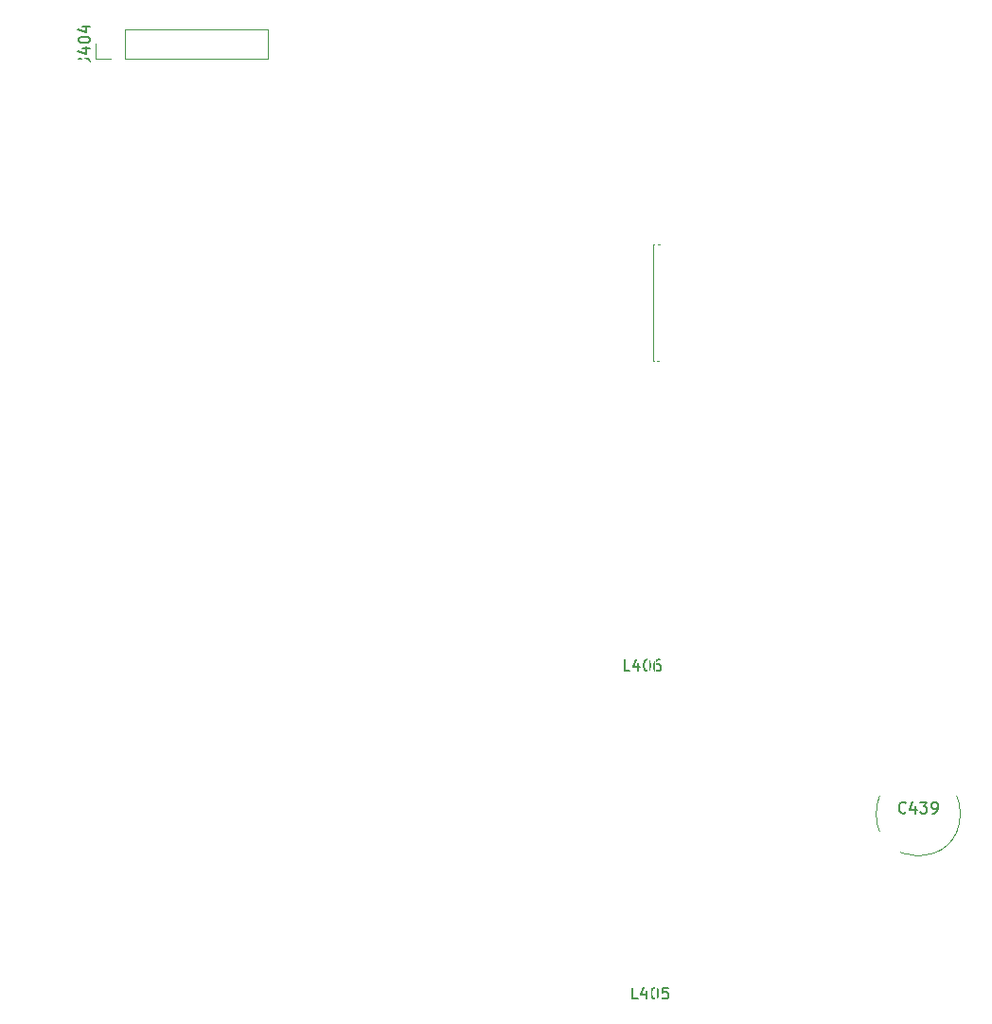
<source format=gbr>
%TF.GenerationSoftware,KiCad,Pcbnew,7.0.7*%
%TF.CreationDate,2023-11-03T16:15:28+00:00*%
%TF.ProjectId,RXLNA,52584c4e-412e-46b6-9963-61645f706362,rev?*%
%TF.SameCoordinates,Original*%
%TF.FileFunction,Legend,Top*%
%TF.FilePolarity,Positive*%
%FSLAX46Y46*%
G04 Gerber Fmt 4.6, Leading zero omitted, Abs format (unit mm)*
G04 Created by KiCad (PCBNEW 7.0.7) date 2023-11-03 16:15:28*
%MOMM*%
%LPD*%
G01*
G04 APERTURE LIST*
G04 Aperture macros list*
%AMFreePoly0*
4,1,217,1.073531,1.455598,1.785596,1.376787,2.492238,1.258869,3.191311,1.102203,3.880693,0.907265,4.558288,0.674646,5.222041,0.405053,5.869934,0.099305,6.500000,-0.241670,7.110326,-0.616836,7.699058,-1.025054,8.264409,-1.465084,8.804660,-1.935589,9.318173,-2.435142,9.803386,-2.962224,10.258827,-3.515235,10.683112,-4.092495,11.074952,-4.692252,11.433159,-5.312684,11.756643,-5.951906,
12.044423,-6.607978,12.295624,-7.278907,12.509484,-7.962655,12.685353,-8.657146,12.822697,-9.360270,12.921099,-10.069893,12.980260,-10.783859,13.000000,-11.500000,12.980260,-12.216141,12.921099,-12.930107,12.822697,-13.639730,12.685353,-14.342854,12.509484,-15.037345,12.295624,-15.721093,12.044423,-16.392022,11.756643,-17.048094,11.433159,-17.687316,11.074952,-18.307748,10.683112,-18.907505,10.258827,-19.484765,
9.803386,-20.037776,9.318173,-20.564858,8.804660,-21.064411,8.264409,-21.534916,7.699058,-21.974946,7.110326,-22.383164,6.500000,-22.758330,5.869934,-23.099305,5.222041,-23.405053,4.558288,-23.674646,3.880693,-23.907265,3.191311,-24.102203,2.492238,-24.258869,1.785596,-24.376787,1.073531,-24.455598,0.358206,-24.495064,-0.358206,-24.495064,-1.073531,-24.455598,-1.785596,-24.376787,-2.492238,-24.258869,
-3.191311,-24.102203,-3.880693,-23.907265,-4.558288,-23.674646,-5.222041,-23.405053,-5.869934,-23.099305,-6.500000,-22.758330,-7.110326,-22.383164,-7.699058,-21.974946,-8.264409,-21.534916,-8.804660,-21.064411,-9.318173,-20.564858,-9.803386,-20.037776,-10.258827,-19.484765,-10.683112,-18.907505,-11.074952,-18.307748,-11.433159,-17.687316,-11.756643,-17.048094,-12.044423,-16.392022,-12.295624,-15.721093,-12.509484,-15.037345,
-12.685353,-14.342854,-12.822697,-13.639730,-12.921099,-12.930107,-12.980260,-12.216141,-13.000000,-11.500000,-10.004937,-11.500000,-9.985195,-12.128215,-9.926045,-12.753951,-9.827722,-13.374738,-9.690614,-13.988127,-9.515261,-14.591696,-9.302355,-15.183063,-9.052738,-15.759895,-8.767393,-16.319915,-8.447448,-16.860913,-8.094164,-17.380754,-7.708936,-17.877387,-7.293285,-18.348851,-6.848851,-18.793285,-6.377387,-19.208936,
-5.880754,-19.594164,-5.360913,-19.947448,-4.819915,-20.267393,-4.259895,-20.552738,-3.683063,-20.802355,-3.091696,-21.015261,-2.488127,-21.190614,-1.874738,-21.327722,-1.253951,-21.426045,-0.628215,-21.485195,0.000000,-21.504937,0.628215,-21.485195,1.253951,-21.426045,1.874738,-21.327722,2.488127,-21.190614,3.091696,-21.015261,3.683063,-20.802355,4.259895,-20.552738,4.819915,-20.267393,5.360913,-19.947448,
5.880754,-19.594164,6.377387,-19.208936,6.848851,-18.793285,7.293285,-18.348851,7.708936,-17.877387,8.094164,-17.380754,8.447448,-16.860913,8.767393,-16.319915,9.052738,-15.759895,9.302355,-15.183063,9.515261,-14.591696,9.690614,-13.988127,9.827722,-13.374738,9.926045,-12.753951,9.985195,-12.128215,10.004937,-11.500000,9.985195,-10.871785,9.926045,-10.246049,9.827722,-9.625262,9.690614,-9.011873,
9.515261,-8.408304,9.302355,-7.816937,9.052738,-7.240105,8.767393,-6.680085,8.447448,-6.139087,8.094164,-5.619246,7.708936,-5.122613,7.293285,-4.651149,6.848851,-4.206715,6.377387,-3.791064,5.880754,-3.405836,5.360913,-3.052552,4.819915,-2.732607,4.259895,-2.447262,3.683063,-2.197645,3.091696,-1.984739,2.488127,-1.809386,1.874738,-1.672278,1.253951,-1.573955,0.628215,-1.514805,
0.000000,-1.495063,-0.628215,-1.514805,-1.253951,-1.573955,-1.874738,-1.672278,-2.488127,-1.809386,-3.091696,-1.984739,-3.683063,-2.197645,-4.259895,-2.447262,-4.819915,-2.732607,-5.360913,-3.052552,-5.880754,-3.405836,-6.377387,-3.791064,-6.848851,-4.206715,-7.293285,-4.651149,-7.708936,-5.122613,-8.094164,-5.619246,-8.447448,-6.139087,-8.767393,-6.680085,-9.052738,-7.240105,-9.302355,-7.816937,
-9.515261,-8.408304,-9.690614,-9.011873,-9.827722,-9.625262,-9.926045,-10.246049,-9.985195,-10.871785,-10.004937,-11.500000,-13.000000,-11.500000,-12.980260,-10.783859,-12.921099,-10.069893,-12.822697,-9.360270,-12.685353,-8.657146,-12.509484,-7.962655,-12.295624,-7.278907,-12.044423,-6.607978,-11.756643,-5.951906,-11.433159,-5.312684,-11.074952,-4.692252,-10.683112,-4.092495,-10.258827,-3.515235,-9.803386,-2.962224,
-9.318173,-2.435142,-8.804660,-1.935589,-8.264409,-1.465084,-7.699058,-1.025054,-7.110326,-0.616836,-6.500000,-0.241670,-5.869934,0.099305,-5.222041,0.405053,-4.558288,0.674646,-3.880693,0.907265,-3.191311,1.102203,-2.492238,1.258869,-1.785596,1.376787,-1.073531,1.455598,-0.358206,1.495064,0.358206,1.495064,1.073531,1.455598,1.073531,1.455598,$1*%
G04 Aperture macros list end*
%ADD10C,0.150000*%
%ADD11C,0.120000*%
%ADD12C,2.000000*%
%ADD13C,3.000000*%
%ADD14C,1.000000*%
%ADD15FreePoly0,180.000000*%
%ADD16C,2.500000*%
%ADD17FreePoly0,0.000000*%
%ADD18R,1.700000X1.700000*%
%ADD19O,1.700000X1.700000*%
%ADD20C,5.200000*%
%ADD21R,4.200000X1.350000*%
G04 APERTURE END LIST*
D10*
X170880952Y-87454819D02*
X170404762Y-87454819D01*
X170404762Y-87454819D02*
X170404762Y-86454819D01*
X171642857Y-86788152D02*
X171642857Y-87454819D01*
X171404762Y-86407200D02*
X171166667Y-87121485D01*
X171166667Y-87121485D02*
X171785714Y-87121485D01*
X172357143Y-86454819D02*
X172452381Y-86454819D01*
X172452381Y-86454819D02*
X172547619Y-86502438D01*
X172547619Y-86502438D02*
X172595238Y-86550057D01*
X172595238Y-86550057D02*
X172642857Y-86645295D01*
X172642857Y-86645295D02*
X172690476Y-86835771D01*
X172690476Y-86835771D02*
X172690476Y-87073866D01*
X172690476Y-87073866D02*
X172642857Y-87264342D01*
X172642857Y-87264342D02*
X172595238Y-87359580D01*
X172595238Y-87359580D02*
X172547619Y-87407200D01*
X172547619Y-87407200D02*
X172452381Y-87454819D01*
X172452381Y-87454819D02*
X172357143Y-87454819D01*
X172357143Y-87454819D02*
X172261905Y-87407200D01*
X172261905Y-87407200D02*
X172214286Y-87359580D01*
X172214286Y-87359580D02*
X172166667Y-87264342D01*
X172166667Y-87264342D02*
X172119048Y-87073866D01*
X172119048Y-87073866D02*
X172119048Y-86835771D01*
X172119048Y-86835771D02*
X172166667Y-86645295D01*
X172166667Y-86645295D02*
X172214286Y-86550057D01*
X172214286Y-86550057D02*
X172261905Y-86502438D01*
X172261905Y-86502438D02*
X172357143Y-86454819D01*
X173642857Y-87454819D02*
X173071429Y-87454819D01*
X173357143Y-87454819D02*
X173357143Y-86454819D01*
X173357143Y-86454819D02*
X173261905Y-86597676D01*
X173261905Y-86597676D02*
X173166667Y-86692914D01*
X173166667Y-86692914D02*
X173071429Y-86740533D01*
X136559047Y-106065180D02*
X137035237Y-106065180D01*
X137035237Y-106065180D02*
X137035237Y-107065180D01*
X135797142Y-106731847D02*
X135797142Y-106065180D01*
X136035237Y-107112800D02*
X136273332Y-106398514D01*
X136273332Y-106398514D02*
X135654285Y-106398514D01*
X135082856Y-107065180D02*
X134987618Y-107065180D01*
X134987618Y-107065180D02*
X134892380Y-107017561D01*
X134892380Y-107017561D02*
X134844761Y-106969942D01*
X134844761Y-106969942D02*
X134797142Y-106874704D01*
X134797142Y-106874704D02*
X134749523Y-106684228D01*
X134749523Y-106684228D02*
X134749523Y-106446133D01*
X134749523Y-106446133D02*
X134797142Y-106255657D01*
X134797142Y-106255657D02*
X134844761Y-106160419D01*
X134844761Y-106160419D02*
X134892380Y-106112800D01*
X134892380Y-106112800D02*
X134987618Y-106065180D01*
X134987618Y-106065180D02*
X135082856Y-106065180D01*
X135082856Y-106065180D02*
X135178094Y-106112800D01*
X135178094Y-106112800D02*
X135225713Y-106160419D01*
X135225713Y-106160419D02*
X135273332Y-106255657D01*
X135273332Y-106255657D02*
X135320951Y-106446133D01*
X135320951Y-106446133D02*
X135320951Y-106684228D01*
X135320951Y-106684228D02*
X135273332Y-106874704D01*
X135273332Y-106874704D02*
X135225713Y-106969942D01*
X135225713Y-106969942D02*
X135178094Y-107017561D01*
X135178094Y-107017561D02*
X135082856Y-107065180D01*
X134416189Y-107065180D02*
X133797142Y-107065180D01*
X133797142Y-107065180D02*
X134130475Y-106684228D01*
X134130475Y-106684228D02*
X133987618Y-106684228D01*
X133987618Y-106684228D02*
X133892380Y-106636609D01*
X133892380Y-106636609D02*
X133844761Y-106588990D01*
X133844761Y-106588990D02*
X133797142Y-106493752D01*
X133797142Y-106493752D02*
X133797142Y-106255657D01*
X133797142Y-106255657D02*
X133844761Y-106160419D01*
X133844761Y-106160419D02*
X133892380Y-106112800D01*
X133892380Y-106112800D02*
X133987618Y-106065180D01*
X133987618Y-106065180D02*
X134273332Y-106065180D01*
X134273332Y-106065180D02*
X134368570Y-106112800D01*
X134368570Y-106112800D02*
X134416189Y-106160419D01*
X189420952Y-132559580D02*
X189373333Y-132607200D01*
X189373333Y-132607200D02*
X189230476Y-132654819D01*
X189230476Y-132654819D02*
X189135238Y-132654819D01*
X189135238Y-132654819D02*
X188992381Y-132607200D01*
X188992381Y-132607200D02*
X188897143Y-132511961D01*
X188897143Y-132511961D02*
X188849524Y-132416723D01*
X188849524Y-132416723D02*
X188801905Y-132226247D01*
X188801905Y-132226247D02*
X188801905Y-132083390D01*
X188801905Y-132083390D02*
X188849524Y-131892914D01*
X188849524Y-131892914D02*
X188897143Y-131797676D01*
X188897143Y-131797676D02*
X188992381Y-131702438D01*
X188992381Y-131702438D02*
X189135238Y-131654819D01*
X189135238Y-131654819D02*
X189230476Y-131654819D01*
X189230476Y-131654819D02*
X189373333Y-131702438D01*
X189373333Y-131702438D02*
X189420952Y-131750057D01*
X190278095Y-131988152D02*
X190278095Y-132654819D01*
X190040000Y-131607200D02*
X189801905Y-132321485D01*
X189801905Y-132321485D02*
X190420952Y-132321485D01*
X190706667Y-131654819D02*
X191325714Y-131654819D01*
X191325714Y-131654819D02*
X190992381Y-132035771D01*
X190992381Y-132035771D02*
X191135238Y-132035771D01*
X191135238Y-132035771D02*
X191230476Y-132083390D01*
X191230476Y-132083390D02*
X191278095Y-132131009D01*
X191278095Y-132131009D02*
X191325714Y-132226247D01*
X191325714Y-132226247D02*
X191325714Y-132464342D01*
X191325714Y-132464342D02*
X191278095Y-132559580D01*
X191278095Y-132559580D02*
X191230476Y-132607200D01*
X191230476Y-132607200D02*
X191135238Y-132654819D01*
X191135238Y-132654819D02*
X190849524Y-132654819D01*
X190849524Y-132654819D02*
X190754286Y-132607200D01*
X190754286Y-132607200D02*
X190706667Y-132559580D01*
X191801905Y-132654819D02*
X191992381Y-132654819D01*
X191992381Y-132654819D02*
X192087619Y-132607200D01*
X192087619Y-132607200D02*
X192135238Y-132559580D01*
X192135238Y-132559580D02*
X192230476Y-132416723D01*
X192230476Y-132416723D02*
X192278095Y-132226247D01*
X192278095Y-132226247D02*
X192278095Y-131845295D01*
X192278095Y-131845295D02*
X192230476Y-131750057D01*
X192230476Y-131750057D02*
X192182857Y-131702438D01*
X192182857Y-131702438D02*
X192087619Y-131654819D01*
X192087619Y-131654819D02*
X191897143Y-131654819D01*
X191897143Y-131654819D02*
X191801905Y-131702438D01*
X191801905Y-131702438D02*
X191754286Y-131750057D01*
X191754286Y-131750057D02*
X191706667Y-131845295D01*
X191706667Y-131845295D02*
X191706667Y-132083390D01*
X191706667Y-132083390D02*
X191754286Y-132178628D01*
X191754286Y-132178628D02*
X191801905Y-132226247D01*
X191801905Y-132226247D02*
X191897143Y-132273866D01*
X191897143Y-132273866D02*
X192087619Y-132273866D01*
X192087619Y-132273866D02*
X192182857Y-132226247D01*
X192182857Y-132226247D02*
X192230476Y-132178628D01*
X192230476Y-132178628D02*
X192278095Y-132083390D01*
X113220952Y-106599580D02*
X113173333Y-106647200D01*
X113173333Y-106647200D02*
X113030476Y-106694819D01*
X113030476Y-106694819D02*
X112935238Y-106694819D01*
X112935238Y-106694819D02*
X112792381Y-106647200D01*
X112792381Y-106647200D02*
X112697143Y-106551961D01*
X112697143Y-106551961D02*
X112649524Y-106456723D01*
X112649524Y-106456723D02*
X112601905Y-106266247D01*
X112601905Y-106266247D02*
X112601905Y-106123390D01*
X112601905Y-106123390D02*
X112649524Y-105932914D01*
X112649524Y-105932914D02*
X112697143Y-105837676D01*
X112697143Y-105837676D02*
X112792381Y-105742438D01*
X112792381Y-105742438D02*
X112935238Y-105694819D01*
X112935238Y-105694819D02*
X113030476Y-105694819D01*
X113030476Y-105694819D02*
X113173333Y-105742438D01*
X113173333Y-105742438D02*
X113220952Y-105790057D01*
X114078095Y-106028152D02*
X114078095Y-106694819D01*
X113840000Y-105647200D02*
X113601905Y-106361485D01*
X113601905Y-106361485D02*
X114220952Y-106361485D01*
X114554286Y-105790057D02*
X114601905Y-105742438D01*
X114601905Y-105742438D02*
X114697143Y-105694819D01*
X114697143Y-105694819D02*
X114935238Y-105694819D01*
X114935238Y-105694819D02*
X115030476Y-105742438D01*
X115030476Y-105742438D02*
X115078095Y-105790057D01*
X115078095Y-105790057D02*
X115125714Y-105885295D01*
X115125714Y-105885295D02*
X115125714Y-105980533D01*
X115125714Y-105980533D02*
X115078095Y-106123390D01*
X115078095Y-106123390D02*
X114506667Y-106694819D01*
X114506667Y-106694819D02*
X115125714Y-106694819D01*
X115601905Y-106694819D02*
X115792381Y-106694819D01*
X115792381Y-106694819D02*
X115887619Y-106647200D01*
X115887619Y-106647200D02*
X115935238Y-106599580D01*
X115935238Y-106599580D02*
X116030476Y-106456723D01*
X116030476Y-106456723D02*
X116078095Y-106266247D01*
X116078095Y-106266247D02*
X116078095Y-105885295D01*
X116078095Y-105885295D02*
X116030476Y-105790057D01*
X116030476Y-105790057D02*
X115982857Y-105742438D01*
X115982857Y-105742438D02*
X115887619Y-105694819D01*
X115887619Y-105694819D02*
X115697143Y-105694819D01*
X115697143Y-105694819D02*
X115601905Y-105742438D01*
X115601905Y-105742438D02*
X115554286Y-105790057D01*
X115554286Y-105790057D02*
X115506667Y-105885295D01*
X115506667Y-105885295D02*
X115506667Y-106123390D01*
X115506667Y-106123390D02*
X115554286Y-106218628D01*
X115554286Y-106218628D02*
X115601905Y-106266247D01*
X115601905Y-106266247D02*
X115697143Y-106313866D01*
X115697143Y-106313866D02*
X115887619Y-106313866D01*
X115887619Y-106313866D02*
X115982857Y-106266247D01*
X115982857Y-106266247D02*
X116030476Y-106218628D01*
X116030476Y-106218628D02*
X116078095Y-106123390D01*
X164740952Y-119934819D02*
X164264762Y-119934819D01*
X164264762Y-119934819D02*
X164264762Y-118934819D01*
X165502857Y-119268152D02*
X165502857Y-119934819D01*
X165264762Y-118887200D02*
X165026667Y-119601485D01*
X165026667Y-119601485D02*
X165645714Y-119601485D01*
X166217143Y-118934819D02*
X166312381Y-118934819D01*
X166312381Y-118934819D02*
X166407619Y-118982438D01*
X166407619Y-118982438D02*
X166455238Y-119030057D01*
X166455238Y-119030057D02*
X166502857Y-119125295D01*
X166502857Y-119125295D02*
X166550476Y-119315771D01*
X166550476Y-119315771D02*
X166550476Y-119553866D01*
X166550476Y-119553866D02*
X166502857Y-119744342D01*
X166502857Y-119744342D02*
X166455238Y-119839580D01*
X166455238Y-119839580D02*
X166407619Y-119887200D01*
X166407619Y-119887200D02*
X166312381Y-119934819D01*
X166312381Y-119934819D02*
X166217143Y-119934819D01*
X166217143Y-119934819D02*
X166121905Y-119887200D01*
X166121905Y-119887200D02*
X166074286Y-119839580D01*
X166074286Y-119839580D02*
X166026667Y-119744342D01*
X166026667Y-119744342D02*
X165979048Y-119553866D01*
X165979048Y-119553866D02*
X165979048Y-119315771D01*
X165979048Y-119315771D02*
X166026667Y-119125295D01*
X166026667Y-119125295D02*
X166074286Y-119030057D01*
X166074286Y-119030057D02*
X166121905Y-118982438D01*
X166121905Y-118982438D02*
X166217143Y-118934819D01*
X167407619Y-118934819D02*
X167217143Y-118934819D01*
X167217143Y-118934819D02*
X167121905Y-118982438D01*
X167121905Y-118982438D02*
X167074286Y-119030057D01*
X167074286Y-119030057D02*
X166979048Y-119172914D01*
X166979048Y-119172914D02*
X166931429Y-119363390D01*
X166931429Y-119363390D02*
X166931429Y-119744342D01*
X166931429Y-119744342D02*
X166979048Y-119839580D01*
X166979048Y-119839580D02*
X167026667Y-119887200D01*
X167026667Y-119887200D02*
X167121905Y-119934819D01*
X167121905Y-119934819D02*
X167312381Y-119934819D01*
X167312381Y-119934819D02*
X167407619Y-119887200D01*
X167407619Y-119887200D02*
X167455238Y-119839580D01*
X167455238Y-119839580D02*
X167502857Y-119744342D01*
X167502857Y-119744342D02*
X167502857Y-119506247D01*
X167502857Y-119506247D02*
X167455238Y-119411009D01*
X167455238Y-119411009D02*
X167407619Y-119363390D01*
X167407619Y-119363390D02*
X167312381Y-119315771D01*
X167312381Y-119315771D02*
X167121905Y-119315771D01*
X167121905Y-119315771D02*
X167026667Y-119363390D01*
X167026667Y-119363390D02*
X166979048Y-119411009D01*
X166979048Y-119411009D02*
X166931429Y-119506247D01*
X190080952Y-107259580D02*
X190033333Y-107307200D01*
X190033333Y-107307200D02*
X189890476Y-107354819D01*
X189890476Y-107354819D02*
X189795238Y-107354819D01*
X189795238Y-107354819D02*
X189652381Y-107307200D01*
X189652381Y-107307200D02*
X189557143Y-107211961D01*
X189557143Y-107211961D02*
X189509524Y-107116723D01*
X189509524Y-107116723D02*
X189461905Y-106926247D01*
X189461905Y-106926247D02*
X189461905Y-106783390D01*
X189461905Y-106783390D02*
X189509524Y-106592914D01*
X189509524Y-106592914D02*
X189557143Y-106497676D01*
X189557143Y-106497676D02*
X189652381Y-106402438D01*
X189652381Y-106402438D02*
X189795238Y-106354819D01*
X189795238Y-106354819D02*
X189890476Y-106354819D01*
X189890476Y-106354819D02*
X190033333Y-106402438D01*
X190033333Y-106402438D02*
X190080952Y-106450057D01*
X190938095Y-106688152D02*
X190938095Y-107354819D01*
X190700000Y-106307200D02*
X190461905Y-107021485D01*
X190461905Y-107021485D02*
X191080952Y-107021485D01*
X191890476Y-106688152D02*
X191890476Y-107354819D01*
X191652381Y-106307200D02*
X191414286Y-107021485D01*
X191414286Y-107021485D02*
X192033333Y-107021485D01*
X192842857Y-106688152D02*
X192842857Y-107354819D01*
X192604762Y-106307200D02*
X192366667Y-107021485D01*
X192366667Y-107021485D02*
X192985714Y-107021485D01*
X115424819Y-65185714D02*
X116139104Y-65185714D01*
X116139104Y-65185714D02*
X116281961Y-65233333D01*
X116281961Y-65233333D02*
X116377200Y-65328571D01*
X116377200Y-65328571D02*
X116424819Y-65471428D01*
X116424819Y-65471428D02*
X116424819Y-65566666D01*
X115758152Y-64280952D02*
X116424819Y-64280952D01*
X115377200Y-64519047D02*
X116091485Y-64757142D01*
X116091485Y-64757142D02*
X116091485Y-64138095D01*
X115424819Y-63566666D02*
X115424819Y-63471428D01*
X115424819Y-63471428D02*
X115472438Y-63376190D01*
X115472438Y-63376190D02*
X115520057Y-63328571D01*
X115520057Y-63328571D02*
X115615295Y-63280952D01*
X115615295Y-63280952D02*
X115805771Y-63233333D01*
X115805771Y-63233333D02*
X116043866Y-63233333D01*
X116043866Y-63233333D02*
X116234342Y-63280952D01*
X116234342Y-63280952D02*
X116329580Y-63328571D01*
X116329580Y-63328571D02*
X116377200Y-63376190D01*
X116377200Y-63376190D02*
X116424819Y-63471428D01*
X116424819Y-63471428D02*
X116424819Y-63566666D01*
X116424819Y-63566666D02*
X116377200Y-63661904D01*
X116377200Y-63661904D02*
X116329580Y-63709523D01*
X116329580Y-63709523D02*
X116234342Y-63757142D01*
X116234342Y-63757142D02*
X116043866Y-63804761D01*
X116043866Y-63804761D02*
X115805771Y-63804761D01*
X115805771Y-63804761D02*
X115615295Y-63757142D01*
X115615295Y-63757142D02*
X115520057Y-63709523D01*
X115520057Y-63709523D02*
X115472438Y-63661904D01*
X115472438Y-63661904D02*
X115424819Y-63566666D01*
X115758152Y-62376190D02*
X116424819Y-62376190D01*
X115377200Y-62614285D02*
X116091485Y-62852380D01*
X116091485Y-62852380D02*
X116091485Y-62233333D01*
X165440952Y-149234819D02*
X164964762Y-149234819D01*
X164964762Y-149234819D02*
X164964762Y-148234819D01*
X166202857Y-148568152D02*
X166202857Y-149234819D01*
X165964762Y-148187200D02*
X165726667Y-148901485D01*
X165726667Y-148901485D02*
X166345714Y-148901485D01*
X166917143Y-148234819D02*
X167012381Y-148234819D01*
X167012381Y-148234819D02*
X167107619Y-148282438D01*
X167107619Y-148282438D02*
X167155238Y-148330057D01*
X167155238Y-148330057D02*
X167202857Y-148425295D01*
X167202857Y-148425295D02*
X167250476Y-148615771D01*
X167250476Y-148615771D02*
X167250476Y-148853866D01*
X167250476Y-148853866D02*
X167202857Y-149044342D01*
X167202857Y-149044342D02*
X167155238Y-149139580D01*
X167155238Y-149139580D02*
X167107619Y-149187200D01*
X167107619Y-149187200D02*
X167012381Y-149234819D01*
X167012381Y-149234819D02*
X166917143Y-149234819D01*
X166917143Y-149234819D02*
X166821905Y-149187200D01*
X166821905Y-149187200D02*
X166774286Y-149139580D01*
X166774286Y-149139580D02*
X166726667Y-149044342D01*
X166726667Y-149044342D02*
X166679048Y-148853866D01*
X166679048Y-148853866D02*
X166679048Y-148615771D01*
X166679048Y-148615771D02*
X166726667Y-148425295D01*
X166726667Y-148425295D02*
X166774286Y-148330057D01*
X166774286Y-148330057D02*
X166821905Y-148282438D01*
X166821905Y-148282438D02*
X166917143Y-148234819D01*
X168155238Y-148234819D02*
X167679048Y-148234819D01*
X167679048Y-148234819D02*
X167631429Y-148711009D01*
X167631429Y-148711009D02*
X167679048Y-148663390D01*
X167679048Y-148663390D02*
X167774286Y-148615771D01*
X167774286Y-148615771D02*
X168012381Y-148615771D01*
X168012381Y-148615771D02*
X168107619Y-148663390D01*
X168107619Y-148663390D02*
X168155238Y-148711009D01*
X168155238Y-148711009D02*
X168202857Y-148806247D01*
X168202857Y-148806247D02*
X168202857Y-149044342D01*
X168202857Y-149044342D02*
X168155238Y-149139580D01*
X168155238Y-149139580D02*
X168107619Y-149187200D01*
X168107619Y-149187200D02*
X168012381Y-149234819D01*
X168012381Y-149234819D02*
X167774286Y-149234819D01*
X167774286Y-149234819D02*
X167679048Y-149187200D01*
X167679048Y-149187200D02*
X167631429Y-149139580D01*
X136759047Y-135765180D02*
X137235237Y-135765180D01*
X137235237Y-135765180D02*
X137235237Y-136765180D01*
X135997142Y-136431847D02*
X135997142Y-135765180D01*
X136235237Y-136812800D02*
X136473332Y-136098514D01*
X136473332Y-136098514D02*
X135854285Y-136098514D01*
X135282856Y-136765180D02*
X135187618Y-136765180D01*
X135187618Y-136765180D02*
X135092380Y-136717561D01*
X135092380Y-136717561D02*
X135044761Y-136669942D01*
X135044761Y-136669942D02*
X134997142Y-136574704D01*
X134997142Y-136574704D02*
X134949523Y-136384228D01*
X134949523Y-136384228D02*
X134949523Y-136146133D01*
X134949523Y-136146133D02*
X134997142Y-135955657D01*
X134997142Y-135955657D02*
X135044761Y-135860419D01*
X135044761Y-135860419D02*
X135092380Y-135812800D01*
X135092380Y-135812800D02*
X135187618Y-135765180D01*
X135187618Y-135765180D02*
X135282856Y-135765180D01*
X135282856Y-135765180D02*
X135378094Y-135812800D01*
X135378094Y-135812800D02*
X135425713Y-135860419D01*
X135425713Y-135860419D02*
X135473332Y-135955657D01*
X135473332Y-135955657D02*
X135520951Y-136146133D01*
X135520951Y-136146133D02*
X135520951Y-136384228D01*
X135520951Y-136384228D02*
X135473332Y-136574704D01*
X135473332Y-136574704D02*
X135425713Y-136669942D01*
X135425713Y-136669942D02*
X135378094Y-136717561D01*
X135378094Y-136717561D02*
X135282856Y-136765180D01*
X134092380Y-136431847D02*
X134092380Y-135765180D01*
X134330475Y-136812800D02*
X134568570Y-136098514D01*
X134568570Y-136098514D02*
X133949523Y-136098514D01*
X113450952Y-132099580D02*
X113403333Y-132147200D01*
X113403333Y-132147200D02*
X113260476Y-132194819D01*
X113260476Y-132194819D02*
X113165238Y-132194819D01*
X113165238Y-132194819D02*
X113022381Y-132147200D01*
X113022381Y-132147200D02*
X112927143Y-132051961D01*
X112927143Y-132051961D02*
X112879524Y-131956723D01*
X112879524Y-131956723D02*
X112831905Y-131766247D01*
X112831905Y-131766247D02*
X112831905Y-131623390D01*
X112831905Y-131623390D02*
X112879524Y-131432914D01*
X112879524Y-131432914D02*
X112927143Y-131337676D01*
X112927143Y-131337676D02*
X113022381Y-131242438D01*
X113022381Y-131242438D02*
X113165238Y-131194819D01*
X113165238Y-131194819D02*
X113260476Y-131194819D01*
X113260476Y-131194819D02*
X113403333Y-131242438D01*
X113403333Y-131242438D02*
X113450952Y-131290057D01*
X114308095Y-131528152D02*
X114308095Y-132194819D01*
X114070000Y-131147200D02*
X113831905Y-131861485D01*
X113831905Y-131861485D02*
X114450952Y-131861485D01*
X114736667Y-131194819D02*
X115355714Y-131194819D01*
X115355714Y-131194819D02*
X115022381Y-131575771D01*
X115022381Y-131575771D02*
X115165238Y-131575771D01*
X115165238Y-131575771D02*
X115260476Y-131623390D01*
X115260476Y-131623390D02*
X115308095Y-131671009D01*
X115308095Y-131671009D02*
X115355714Y-131766247D01*
X115355714Y-131766247D02*
X115355714Y-132004342D01*
X115355714Y-132004342D02*
X115308095Y-132099580D01*
X115308095Y-132099580D02*
X115260476Y-132147200D01*
X115260476Y-132147200D02*
X115165238Y-132194819D01*
X115165238Y-132194819D02*
X114879524Y-132194819D01*
X114879524Y-132194819D02*
X114784286Y-132147200D01*
X114784286Y-132147200D02*
X114736667Y-132099580D01*
X116212857Y-131528152D02*
X116212857Y-132194819D01*
X115974762Y-131147200D02*
X115736667Y-131861485D01*
X115736667Y-131861485D02*
X116355714Y-131861485D01*
D11*
%TO.C,L401*%
X177200000Y-81800000D02*
X166800000Y-81800000D01*
X177200000Y-92200000D02*
X177200000Y-81800000D01*
X166800000Y-92200000D02*
X166800000Y-81800000D01*
X177200000Y-92200000D02*
X166800000Y-92200000D01*
%TO.C,C439*%
X194290120Y-132710000D02*
G75*
G03*
X194290120Y-132710000I-3760120J0D01*
G01*
%TO.C,C429*%
X118090120Y-106750000D02*
G75*
G03*
X118090120Y-106750000I-3760120J0D01*
G01*
%TO.C,C444*%
X194950120Y-107410000D02*
G75*
G03*
X194950120Y-107410000I-3760120J0D01*
G01*
%TO.C,J404*%
X119570000Y-65230000D02*
X119570000Y-62570000D01*
X119570000Y-62570000D02*
X132330000Y-62570000D01*
X116970000Y-65230000D02*
X116970000Y-63900000D01*
X132330000Y-65230000D02*
X132330000Y-62570000D01*
X119570000Y-65230000D02*
X132330000Y-65230000D01*
X118300000Y-65230000D02*
X116970000Y-65230000D01*
%TO.C,C434*%
X118320120Y-132250000D02*
G75*
G03*
X118320120Y-132250000I-3760120J0D01*
G01*
%TD*%
%LPC*%
D12*
%TO.C,L401*%
X175810000Y-83190000D03*
X168190000Y-90810000D03*
%TD*%
D13*
%TO.C,L403*%
X127380000Y-113000000D03*
D14*
X126190489Y-120392058D03*
X143809511Y-105607942D03*
X126190489Y-105607942D03*
X140750000Y-103040708D03*
X136996954Y-101674711D03*
X146325289Y-114996954D03*
X143809511Y-120392058D03*
X124193535Y-116933232D03*
X144959292Y-107250000D03*
X133003046Y-101674711D03*
X146325289Y-111003046D03*
X127607942Y-104190489D03*
X127607942Y-121809511D03*
X131066768Y-102193535D03*
X129250000Y-122959292D03*
X123674711Y-111003046D03*
X138933232Y-102193535D03*
D13*
X135000000Y-103800000D03*
D14*
X142392058Y-104190489D03*
X129250000Y-103040708D03*
X140750000Y-122959292D03*
D15*
X135000000Y-124500000D03*
D14*
X145806465Y-109066768D03*
X138933232Y-123806465D03*
X131066768Y-123806465D03*
X145806465Y-116933232D03*
X125040708Y-118750000D03*
X142392058Y-121809511D03*
X124193535Y-109066768D03*
X144959292Y-118750000D03*
X125040708Y-107250000D03*
X133003046Y-124325289D03*
X136996954Y-124325289D03*
X123674711Y-114996954D03*
%TD*%
D16*
%TO.C,C439*%
X188000000Y-135240000D03*
X193070000Y-130160000D03*
X188000000Y-130160000D03*
%TD*%
%TO.C,C429*%
X111800000Y-109280000D03*
X116870000Y-104200000D03*
X111800000Y-104200000D03*
%TD*%
D13*
%TO.C,L406*%
X173920000Y-113000000D03*
D14*
X162366768Y-102193535D03*
X160550000Y-122959292D03*
X155493535Y-109066768D03*
X156340708Y-107250000D03*
D17*
X166300000Y-101500000D03*
D13*
X166300000Y-122200000D03*
D14*
X177106465Y-116933232D03*
X175109511Y-120392058D03*
X164303046Y-101674711D03*
X176259292Y-107250000D03*
X156340708Y-118750000D03*
X176259292Y-118750000D03*
X173692058Y-104190489D03*
X158907942Y-104190489D03*
X172050000Y-122959292D03*
X168296954Y-101674711D03*
X157490489Y-120392058D03*
X172050000Y-103040708D03*
X173692058Y-121809511D03*
X160550000Y-103040708D03*
X177106465Y-109066768D03*
X154974711Y-111003046D03*
X168296954Y-124325289D03*
X154974711Y-114996954D03*
X175109511Y-105607942D03*
X170233232Y-102193535D03*
X162366768Y-123806465D03*
X177625289Y-111003046D03*
X177625289Y-114996954D03*
X155493535Y-116933232D03*
X164303046Y-124325289D03*
X157490489Y-105607942D03*
X158907942Y-121809511D03*
X170233232Y-123806465D03*
%TD*%
D16*
%TO.C,C444*%
X193730000Y-104860000D03*
X188660000Y-109940000D03*
X188660000Y-104860000D03*
%TD*%
D18*
%TO.C,J404*%
X118300000Y-63900000D03*
D19*
X120840000Y-63900000D03*
X123380000Y-63900000D03*
X125920000Y-63900000D03*
X128460000Y-63900000D03*
X131000000Y-63900000D03*
%TD*%
D13*
%TO.C,L405*%
X174620000Y-142300000D03*
D14*
X168996954Y-130974711D03*
X176959292Y-148050000D03*
X175809511Y-134907942D03*
X161250000Y-152259292D03*
X178325289Y-144296954D03*
X156193535Y-138366768D03*
X176959292Y-136550000D03*
X177806465Y-138366768D03*
X155674711Y-140303046D03*
X172750000Y-132340708D03*
X159607942Y-151109511D03*
X174392058Y-133490489D03*
D13*
X167000000Y-151500000D03*
D14*
X158190489Y-149692058D03*
X170933232Y-153106465D03*
D17*
X167000000Y-130800000D03*
D14*
X175809511Y-149692058D03*
X155674711Y-144296954D03*
X157040708Y-148050000D03*
X161250000Y-132340708D03*
X158190489Y-134907942D03*
X165003046Y-130974711D03*
X178325289Y-140303046D03*
X159607942Y-133490489D03*
X174392058Y-151109511D03*
X170933232Y-131493535D03*
X177806465Y-146233232D03*
X156193535Y-146233232D03*
X168996954Y-153625289D03*
X163066768Y-131493535D03*
X165003046Y-153625289D03*
X157040708Y-136550000D03*
X172750000Y-152259292D03*
X163066768Y-153106465D03*
%TD*%
D13*
%TO.C,L404*%
X127580000Y-142700000D03*
D14*
X124393535Y-138766768D03*
X146006465Y-146633232D03*
X146525289Y-144696954D03*
X131266768Y-153506465D03*
X129450000Y-152659292D03*
X145159292Y-136950000D03*
X124393535Y-146633232D03*
X127807942Y-151509511D03*
X144009511Y-150092058D03*
X127807942Y-133890489D03*
D13*
X135200000Y-133500000D03*
D14*
X125240708Y-148450000D03*
X139133232Y-131893535D03*
X133203046Y-154025289D03*
X146525289Y-140703046D03*
X123874711Y-140703046D03*
X140950000Y-152659292D03*
X142592058Y-151509511D03*
D15*
X135200000Y-154200000D03*
D14*
X145159292Y-148450000D03*
X131266768Y-131893535D03*
X133203046Y-131374711D03*
X129450000Y-132740708D03*
X137196954Y-131374711D03*
X126390489Y-150092058D03*
X139133232Y-153506465D03*
X126390489Y-135307942D03*
X140950000Y-132740708D03*
X125240708Y-136950000D03*
X137196954Y-154025289D03*
X142592058Y-133890489D03*
X123874711Y-144696954D03*
X146006465Y-138766768D03*
X144009511Y-135307942D03*
%TD*%
D16*
%TO.C,C434*%
X112030000Y-134780000D03*
X117100000Y-129700000D03*
X112030000Y-129700000D03*
%TD*%
D20*
%TO.C,J405*%
X193000000Y-151000000D03*
X193000000Y-65000000D03*
X107000000Y-151000000D03*
X107000000Y-65000000D03*
%TD*%
D21*
%TO.C,J407*%
X197337500Y-77825000D03*
X197337500Y-72175000D03*
%TD*%
%TO.C,J401*%
X102200000Y-91575000D03*
X102200000Y-97225000D03*
%TD*%
%TO.C,J403*%
X102582500Y-77755000D03*
X102582500Y-72105000D03*
%TD*%
%TO.C,J406*%
X197337500Y-91155000D03*
X197337500Y-96805000D03*
%TD*%
%TO.C,J402*%
X102200000Y-116825000D03*
X102200000Y-111175000D03*
%TD*%
%LPD*%
M02*

</source>
